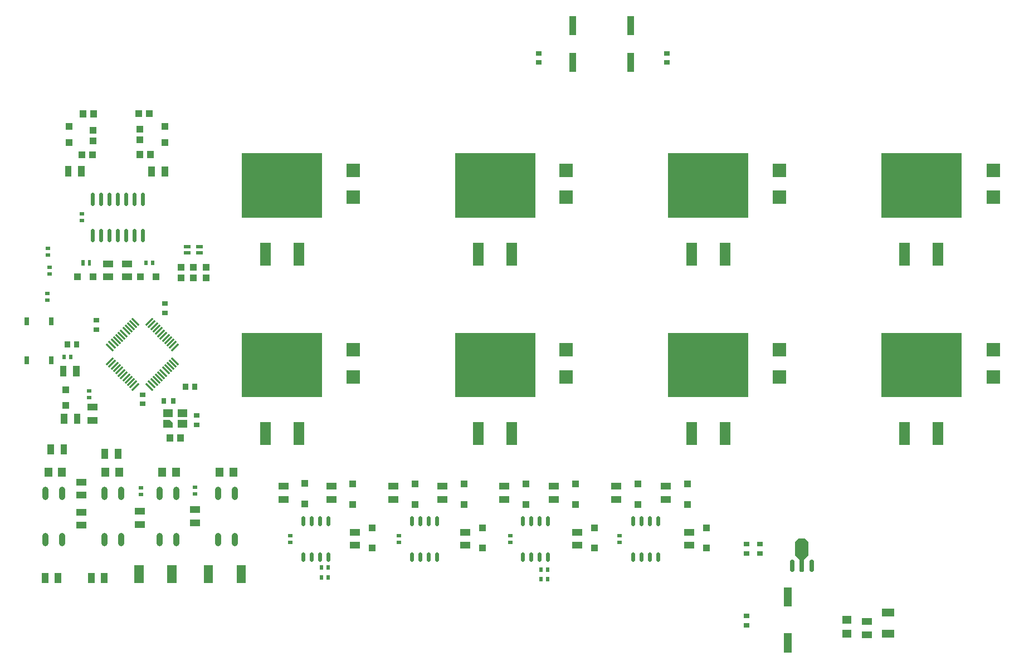
<source format=gtp>
G04 Layer: TopPasteMaskLayer*
G04 EasyEDA v6.4.25, 2022-01-11T20:07:54+10:00*
G04 7104220f9c2d43f39f118c43d8da538e,d80d0e5f2d5a449f809f9e2067d82b7d,10*
G04 Gerber Generator version 0.2*
G04 Scale: 100 percent, Rotated: No, Reflected: No *
G04 Dimensions in millimeters *
G04 leading zeros omitted , absolute positions ,4 integer and 5 decimal *
%FSLAX45Y45*%
%MOMM*%

%ADD14C,0.3000*%
%ADD16C,0.9000*%
%ADD17C,0.6000*%
%ADD18C,0.5740*%
%ADD19C,0.7000*%
%ADD22R,1.0000X1.0000*%
%ADD23R,2.0000X2.0000*%
%ADD26R,1.3005X1.3995*%
%ADD28R,1.0000X1.1000*%
%ADD29R,1.0000X1.5500*%
%ADD30R,1.0000X3.0000*%
%ADD31R,0.9000X0.8000*%
%ADD32R,0.8000X0.5000*%
%ADD33R,1.5500X1.0000*%
%ADD34R,0.8000X0.9000*%
%ADD36R,0.5000X0.8000*%
%ADD37R,1.1000X1.0000*%
%ADD39R,0.7000X1.2810*%
%ADD40R,1.3995X1.3005*%
%ADD41R,1.9000X1.2000*%
%ADD42R,1.1000X0.6000*%

%LPD*%
D16*
X884402Y-7862686D02*
G01*
X884402Y-7972689D01*
X630402Y-7862686D02*
G01*
X630402Y-7972689D01*
X630402Y-8562687D02*
G01*
X630402Y-8672687D01*
X884402Y-8562687D02*
G01*
X884402Y-8672687D01*
D17*
X8267700Y-8382612D02*
G01*
X8267700Y-8290610D01*
X8140700Y-8382612D02*
G01*
X8140700Y-8290610D01*
X8013700Y-8382612D02*
G01*
X8013700Y-8290610D01*
X7886700Y-8382612D02*
G01*
X7886700Y-8290610D01*
X8267700Y-8930589D02*
G01*
X8267700Y-8838590D01*
X8140700Y-8930589D02*
G01*
X8140700Y-8838590D01*
X8013700Y-8930589D02*
G01*
X8013700Y-8838590D01*
X7886700Y-8930589D02*
G01*
X7886700Y-8838590D01*
D14*
X2171844Y-6256444D02*
G01*
X2256696Y-6341295D01*
X2207201Y-6221087D02*
G01*
X2292052Y-6305938D01*
X2242532Y-6185730D02*
G01*
X2327384Y-6270581D01*
X2277915Y-6150373D02*
G01*
X2362766Y-6235225D01*
X2313246Y-6115016D02*
G01*
X2398097Y-6199868D01*
X2348628Y-6079660D02*
G01*
X2433480Y-6164511D01*
X2383960Y-6044328D02*
G01*
X2468811Y-6129180D01*
X2419316Y-6008946D02*
G01*
X2504168Y-6093797D01*
X2454673Y-5973615D02*
G01*
X2539525Y-6058466D01*
X2490030Y-5938232D02*
G01*
X2574881Y-6023084D01*
X2525387Y-5902901D02*
G01*
X2610238Y-5987752D01*
X2560744Y-5867544D02*
G01*
X2645595Y-5952396D01*
X2560744Y-5740280D02*
G01*
X2645595Y-5655429D01*
X2525387Y-5704898D02*
G01*
X2610238Y-5620047D01*
X2490030Y-5669567D02*
G01*
X2574881Y-5584715D01*
X2454673Y-5634184D02*
G01*
X2539525Y-5549333D01*
X2419316Y-5598853D02*
G01*
X2504168Y-5514002D01*
X2383960Y-5563496D02*
G01*
X2468811Y-5478645D01*
X2348628Y-5528139D02*
G01*
X2433480Y-5443288D01*
X2313246Y-5492783D02*
G01*
X2398097Y-5407931D01*
X2277915Y-5457426D02*
G01*
X2362766Y-5372574D01*
X2242532Y-5422069D02*
G01*
X2327384Y-5337218D01*
X2207201Y-5386712D02*
G01*
X2292052Y-5301861D01*
X2171844Y-5351355D02*
G01*
X2256696Y-5266504D01*
X1959729Y-5266504D02*
G01*
X2044580Y-5351355D01*
X1924347Y-5301861D02*
G01*
X2009198Y-5386712D01*
X1889015Y-5337218D02*
G01*
X1973867Y-5422069D01*
X1853633Y-5372574D02*
G01*
X1938484Y-5457426D01*
X1818302Y-5407931D02*
G01*
X1903153Y-5492783D01*
X1782945Y-5443288D02*
G01*
X1867796Y-5528139D01*
X1747588Y-5478645D02*
G01*
X1832439Y-5563496D01*
X1712231Y-5514002D02*
G01*
X1797083Y-5598853D01*
X1676874Y-5549333D02*
G01*
X1761726Y-5634184D01*
X1641518Y-5584715D02*
G01*
X1726369Y-5669567D01*
X1606161Y-5620047D02*
G01*
X1691012Y-5704898D01*
X1570804Y-5655429D02*
G01*
X1655655Y-5740280D01*
X1570804Y-5952396D02*
G01*
X1655655Y-5867544D01*
X1606161Y-5987752D02*
G01*
X1691012Y-5902901D01*
X1641518Y-6023084D02*
G01*
X1726369Y-5938232D01*
X1676874Y-6058466D02*
G01*
X1761726Y-5973615D01*
X1712231Y-6093797D02*
G01*
X1797083Y-6008946D01*
X1747588Y-6129180D02*
G01*
X1832439Y-6044328D01*
X1782945Y-6164511D02*
G01*
X1867796Y-6079660D01*
X1818302Y-6199868D02*
G01*
X1903153Y-6115016D01*
X1853633Y-6235225D02*
G01*
X1938484Y-6150373D01*
X1889015Y-6270581D02*
G01*
X1973867Y-6185730D01*
X1924347Y-6305938D02*
G01*
X2009198Y-6221087D01*
X1959729Y-6341295D02*
G01*
X2044580Y-6256444D01*
D17*
X4927600Y-8382612D02*
G01*
X4927600Y-8290610D01*
X4800600Y-8382612D02*
G01*
X4800600Y-8290610D01*
X4673600Y-8382612D02*
G01*
X4673600Y-8290610D01*
X4546600Y-8382612D02*
G01*
X4546600Y-8290610D01*
X4927600Y-8930589D02*
G01*
X4927600Y-8838590D01*
X4800600Y-8930589D02*
G01*
X4800600Y-8838590D01*
X4673600Y-8930589D02*
G01*
X4673600Y-8838590D01*
X4546600Y-8930589D02*
G01*
X4546600Y-8838590D01*
X6578600Y-8382612D02*
G01*
X6578600Y-8290610D01*
X6451600Y-8382612D02*
G01*
X6451600Y-8290610D01*
X6324600Y-8382612D02*
G01*
X6324600Y-8290610D01*
X6197600Y-8382612D02*
G01*
X6197600Y-8290610D01*
X6578600Y-8930589D02*
G01*
X6578600Y-8838590D01*
X6451600Y-8930589D02*
G01*
X6451600Y-8838590D01*
X6324600Y-8930589D02*
G01*
X6324600Y-8838590D01*
X6197600Y-8930589D02*
G01*
X6197600Y-8838590D01*
X9944100Y-8382612D02*
G01*
X9944100Y-8290610D01*
X9817100Y-8382612D02*
G01*
X9817100Y-8290610D01*
X9690100Y-8382612D02*
G01*
X9690100Y-8290610D01*
X9563100Y-8382612D02*
G01*
X9563100Y-8290610D01*
X9944100Y-8930589D02*
G01*
X9944100Y-8838590D01*
X9817100Y-8930589D02*
G01*
X9817100Y-8838590D01*
X9690100Y-8930589D02*
G01*
X9690100Y-8838590D01*
X9563100Y-8930589D02*
G01*
X9563100Y-8838590D01*
D18*
X1351889Y-3924810D02*
G01*
X1351889Y-4071211D01*
X1478889Y-3924810D02*
G01*
X1478889Y-4071211D01*
X1605889Y-3924810D02*
G01*
X1605889Y-4071211D01*
X1732889Y-3924810D02*
G01*
X1732889Y-4071211D01*
X1859889Y-3924810D02*
G01*
X1859889Y-4071211D01*
X1986889Y-3924810D02*
G01*
X1986889Y-4071211D01*
X2113889Y-3924810D02*
G01*
X2113889Y-4071211D01*
X1351889Y-3370988D02*
G01*
X1351889Y-3517389D01*
X1478889Y-3370988D02*
G01*
X1478889Y-3517389D01*
X1605889Y-3370988D02*
G01*
X1605889Y-3517389D01*
X1732889Y-3370988D02*
G01*
X1732889Y-3517389D01*
X1859889Y-3370988D02*
G01*
X1859889Y-3517389D01*
X1986889Y-3370988D02*
G01*
X1986889Y-3517389D01*
X2113889Y-3370988D02*
G01*
X2113889Y-3517389D01*
D16*
X3255086Y-8672713D02*
G01*
X3255086Y-8562713D01*
X3509086Y-8672713D02*
G01*
X3509086Y-8562713D01*
X3509086Y-7972714D02*
G01*
X3509086Y-7862714D01*
X3255086Y-7972714D02*
G01*
X3255086Y-7862714D01*
X2362200Y-8672713D02*
G01*
X2362200Y-8562713D01*
X2616200Y-8672713D02*
G01*
X2616200Y-8562713D01*
X2616200Y-7972714D02*
G01*
X2616200Y-7862714D01*
X2362200Y-7972714D02*
G01*
X2362200Y-7862714D01*
X1777314Y-7862714D02*
G01*
X1777314Y-7972714D01*
X1523314Y-7862714D02*
G01*
X1523314Y-7972714D01*
X1523314Y-8562713D02*
G01*
X1523314Y-8672713D01*
X1777314Y-8562713D02*
G01*
X1777314Y-8672713D01*
D19*
X12278613Y-9082816D02*
G01*
X12278613Y-8962816D01*
X11978386Y-9082816D02*
G01*
X11978386Y-8962816D01*
D22*
G01*
X990600Y-2343810D03*
G01*
X990600Y-2583789D03*
D23*
G01*
X5308600Y-6149339D03*
G01*
X5308600Y-5737860D03*
G36*
X3619108Y-2749463D02*
G01*
X4839070Y-2749463D01*
X4839070Y-3724569D01*
X3619108Y-3724569D01*
G37*
G36*
X4403079Y-4106369D02*
G01*
X4563099Y-4106369D01*
X4563099Y-4456381D01*
X4403079Y-4456381D01*
G37*
G36*
X3895079Y-4106369D02*
G01*
X4055099Y-4106369D01*
X4055099Y-4456381D01*
X3895079Y-4456381D01*
G37*
G36*
X10096108Y-5479963D02*
G01*
X11316070Y-5479963D01*
X11316070Y-6455069D01*
X10096108Y-6455069D01*
G37*
G36*
X10880079Y-6836869D02*
G01*
X11040099Y-6836869D01*
X11040099Y-7186881D01*
X10880079Y-7186881D01*
G37*
G36*
X10372079Y-6836869D02*
G01*
X10532099Y-6836869D01*
X10532099Y-7186881D01*
X10372079Y-7186881D01*
G37*
D26*
G01*
X885748Y-7594600D03*
G01*
X675690Y-7594600D03*
G01*
X1753311Y-7594600D03*
G01*
X1543253Y-7594600D03*
G01*
X2620848Y-7594600D03*
G01*
X2410790Y-7594600D03*
G01*
X3488410Y-7594600D03*
G01*
X3278352Y-7594600D03*
G36*
X2643497Y-6644129D02*
G01*
X2783497Y-6644129D01*
X2783497Y-6759130D01*
X2643497Y-6759130D01*
G37*
G36*
X2423482Y-6804149D02*
G01*
X2527289Y-6804139D01*
X2563489Y-6842038D01*
X2563482Y-6919150D01*
X2423482Y-6919150D01*
G37*
G36*
X2423482Y-6644129D02*
G01*
X2563482Y-6644129D01*
X2563482Y-6759130D01*
X2423482Y-6759130D01*
G37*
G36*
X2643497Y-6804149D02*
G01*
X2783497Y-6804149D01*
X2783497Y-6919150D01*
X2643497Y-6919150D01*
G37*
G36*
X1312707Y-2091298D02*
G01*
X1412707Y-2091298D01*
X1412707Y-2201301D01*
X1312707Y-2201301D01*
G37*
G36*
X1152707Y-2091298D02*
G01*
X1252707Y-2091298D01*
X1252707Y-2201301D01*
X1152707Y-2201301D01*
G37*
D22*
G01*
X5600700Y-8752890D03*
G01*
X5600700Y-8442909D03*
G01*
X9639300Y-7775244D03*
G01*
X9639300Y-8085251D03*
G36*
X1053299Y-5982500D02*
G01*
X1153299Y-5982500D01*
X1153299Y-6137501D01*
X1053299Y-6137501D01*
G37*
G36*
X853300Y-5982500D02*
G01*
X953300Y-5982500D01*
X953300Y-6137501D01*
X853300Y-6137501D01*
G37*
D30*
G01*
X9523018Y-1370660D03*
G01*
X9523018Y-810666D03*
D31*
G01*
X8129346Y-1369415D03*
G01*
X8129346Y-1229410D03*
D32*
G01*
X667689Y-4291787D03*
G01*
X667689Y-4191787D03*
D33*
G01*
X5334000Y-8510600D03*
G01*
X5334000Y-8710599D03*
G01*
X7010400Y-8510600D03*
G01*
X7010400Y-8710599D03*
D32*
G01*
X6007100Y-8560612D03*
G01*
X6007100Y-8660612D03*
D30*
G01*
X8649512Y-1370660D03*
G01*
X8649512Y-810666D03*
D31*
G01*
X10073766Y-1369415D03*
G01*
X10073766Y-1229410D03*
G01*
X2108200Y-6559702D03*
G01*
X2108200Y-6419697D03*
G01*
X1409700Y-5289397D03*
G01*
X1409700Y-5429402D03*
G01*
X2451100Y-5175402D03*
G01*
X2451100Y-5035397D03*
G36*
X2722100Y-6254198D02*
G01*
X2802100Y-6254198D01*
X2802100Y-6344201D01*
X2722100Y-6344201D01*
G37*
G36*
X2862099Y-6254198D02*
G01*
X2942099Y-6254198D01*
X2942099Y-6344201D01*
X2862099Y-6344201D01*
G37*
G36*
X928603Y-5608599D02*
G01*
X1008603Y-5608599D01*
X1008603Y-5698601D01*
X928603Y-5698601D01*
G37*
G36*
X1068603Y-5608599D02*
G01*
X1148603Y-5608599D01*
X1148603Y-5698601D01*
X1068603Y-5698601D01*
G37*
D33*
G01*
X8712200Y-8510600D03*
G01*
X8712200Y-8710599D03*
G01*
X10414000Y-8510600D03*
G01*
X10414000Y-8710599D03*
D34*
G01*
X2571902Y-6515100D03*
G01*
X2431897Y-6515100D03*
D31*
G01*
X2933700Y-6877050D03*
G01*
X2933700Y-6737045D03*
D32*
G01*
X9359900Y-8560612D03*
G01*
X9359900Y-8660612D03*
D31*
G01*
X11290300Y-8832926D03*
G01*
X11290300Y-8692921D03*
G01*
X11495277Y-8832926D03*
G01*
X11495277Y-8692921D03*
G36*
X11853163Y-9637521D02*
G01*
X11853163Y-9347454D01*
X11973052Y-9347454D01*
X11973052Y-9637521D01*
G37*
G36*
X11852147Y-10337545D02*
G01*
X11852147Y-10047478D01*
X11972036Y-10047478D01*
X11972036Y-10337545D01*
G37*
G01*
X11290300Y-9925202D03*
G01*
X11290300Y-9785197D03*
D32*
G01*
X1188034Y-3671112D03*
G01*
X1188034Y-3771112D03*
D22*
G01*
X7277100Y-8752890D03*
G01*
X7277100Y-8442909D03*
D23*
G01*
X5308600Y-3418839D03*
G01*
X5308600Y-3007360D03*
G01*
X8547100Y-3418839D03*
G01*
X8547100Y-3007360D03*
D22*
G01*
X4572000Y-7769809D03*
G01*
X4572000Y-8079790D03*
G01*
X6248400Y-7775244D03*
G01*
X6248400Y-8085251D03*
G01*
X939800Y-6344310D03*
G01*
X939800Y-6584289D03*
G01*
X5300573Y-7775244D03*
G01*
X5300573Y-8085251D03*
G01*
X6997700Y-7775244D03*
G01*
X6997700Y-8085251D03*
D23*
G01*
X8547100Y-6149339D03*
G01*
X8547100Y-5737860D03*
D22*
G01*
X8978900Y-8752916D03*
G01*
X8978900Y-8442909D03*
G01*
X10680700Y-8752890D03*
G01*
X10680700Y-8442909D03*
D23*
G01*
X11785600Y-3418839D03*
G01*
X11785600Y-3007360D03*
G01*
X15036800Y-3418839D03*
G01*
X15036800Y-3007360D03*
D22*
G01*
X7937500Y-7775244D03*
G01*
X7937500Y-8085251D03*
G01*
X8686800Y-7775244D03*
G01*
X8686800Y-8085251D03*
G01*
X10388600Y-7775244D03*
G01*
X10388600Y-8085251D03*
D23*
G01*
X11785600Y-6149339D03*
G01*
X11785600Y-5737860D03*
G01*
X15036800Y-6149339D03*
G01*
X15036800Y-5737860D03*
D22*
G01*
X2451100Y-2343810D03*
G01*
X2451100Y-2583789D03*
G36*
X6857608Y-2749468D02*
G01*
X8077570Y-2749468D01*
X8077570Y-3724574D01*
X6857608Y-3724574D01*
G37*
G36*
X7641579Y-4106374D02*
G01*
X7801599Y-4106374D01*
X7801599Y-4456386D01*
X7641579Y-4456386D01*
G37*
G36*
X7133579Y-4106374D02*
G01*
X7293599Y-4106374D01*
X7293599Y-4456386D01*
X7133579Y-4456386D01*
G37*
G36*
X3619108Y-5479963D02*
G01*
X4839070Y-5479963D01*
X4839070Y-6455069D01*
X3619108Y-6455069D01*
G37*
G36*
X4403079Y-6836869D02*
G01*
X4563099Y-6836869D01*
X4563099Y-7186881D01*
X4403079Y-7186881D01*
G37*
G36*
X3895079Y-6836869D02*
G01*
X4055099Y-6836869D01*
X4055099Y-7186881D01*
X3895079Y-7186881D01*
G37*
G36*
X6857608Y-5479968D02*
G01*
X8077570Y-5479968D01*
X8077570Y-6455074D01*
X6857608Y-6455074D01*
G37*
G36*
X7641579Y-6836874D02*
G01*
X7801599Y-6836874D01*
X7801599Y-7186886D01*
X7641579Y-7186886D01*
G37*
G36*
X7133579Y-6836874D02*
G01*
X7293599Y-6836874D01*
X7293599Y-7186886D01*
X7133579Y-7186886D01*
G37*
G36*
X10096108Y-2749463D02*
G01*
X11316070Y-2749463D01*
X11316070Y-3724569D01*
X10096108Y-3724569D01*
G37*
G36*
X10880079Y-4106369D02*
G01*
X11040099Y-4106369D01*
X11040099Y-4456381D01*
X10880079Y-4456381D01*
G37*
G36*
X10372079Y-4106369D02*
G01*
X10532099Y-4106369D01*
X10532099Y-4456381D01*
X10372079Y-4456381D01*
G37*
G36*
X13334608Y-2749463D02*
G01*
X14554570Y-2749463D01*
X14554570Y-3724569D01*
X13334608Y-3724569D01*
G37*
G36*
X14118579Y-4106369D02*
G01*
X14278599Y-4106369D01*
X14278599Y-4456381D01*
X14118579Y-4456381D01*
G37*
G36*
X13610579Y-4106369D02*
G01*
X13770599Y-4106369D01*
X13770599Y-4456381D01*
X13610579Y-4456381D01*
G37*
G36*
X13334608Y-5479963D02*
G01*
X14554570Y-5479963D01*
X14554570Y-6455069D01*
X13334608Y-6455069D01*
G37*
G36*
X14118579Y-6836869D02*
G01*
X14278599Y-6836869D01*
X14278599Y-7186881D01*
X14118579Y-7186881D01*
G37*
G36*
X13610579Y-6836869D02*
G01*
X13770599Y-6836869D01*
X13770599Y-7186881D01*
X13610579Y-7186881D01*
G37*
D33*
G01*
X4254500Y-7812100D03*
G01*
X4254500Y-8012099D03*
G01*
X5918200Y-8012099D03*
G01*
X5918200Y-7812100D03*
D36*
G01*
X4826787Y-9042400D03*
G01*
X4926787Y-9042400D03*
G01*
X4826787Y-9194800D03*
G01*
X4926787Y-9194800D03*
D33*
G01*
X4978400Y-7812100D03*
G01*
X4978400Y-8012099D03*
G01*
X6667500Y-8012099D03*
G01*
X6667500Y-7812100D03*
D37*
G01*
X3073400Y-4639310D03*
G01*
X3073400Y-4479315D03*
G01*
X2882900Y-4639310D03*
G01*
X2882900Y-4479315D03*
G01*
X2692400Y-4639310D03*
G01*
X2692400Y-4479315D03*
G36*
X2633507Y-7018898D02*
G01*
X2733507Y-7018898D01*
X2733507Y-7128901D01*
X2633507Y-7128901D01*
G37*
G36*
X2473507Y-7018898D02*
G01*
X2573507Y-7018898D01*
X2573507Y-7128901D01*
X2473507Y-7128901D01*
G37*
D33*
G01*
X7607300Y-7812100D03*
G01*
X7607300Y-8012099D03*
G01*
X9309100Y-8012099D03*
G01*
X9309100Y-7812100D03*
D36*
G01*
X8166887Y-9080500D03*
G01*
X8266887Y-9080500D03*
G01*
X8166887Y-9220200D03*
G01*
X8266887Y-9220200D03*
D33*
G01*
X8356600Y-7812100D03*
G01*
X8356600Y-8012099D03*
G01*
X10058400Y-8012099D03*
G01*
X10058400Y-7812100D03*
G36*
X1129499Y-2945099D02*
G01*
X1229499Y-2945099D01*
X1229499Y-3100100D01*
X1129499Y-3100100D01*
G37*
G36*
X929500Y-2945099D02*
G01*
X1029500Y-2945099D01*
X1029500Y-3100100D01*
X929500Y-3100100D01*
G37*
D29*
G01*
X2249500Y-3022600D03*
G01*
X2449499Y-3022600D03*
G36*
X3540290Y-9011747D02*
G01*
X3680289Y-9011747D01*
X3680289Y-9281749D01*
X3540290Y-9281749D01*
G37*
G36*
X3040291Y-9011747D02*
G01*
X3180290Y-9011747D01*
X3180290Y-9281749D01*
X3040291Y-9281749D01*
G37*
G36*
X862799Y-7174199D02*
G01*
X962799Y-7174199D01*
X962799Y-7329200D01*
X862799Y-7329200D01*
G37*
G36*
X662800Y-7174199D02*
G01*
X762800Y-7174199D01*
X762800Y-7329200D01*
X662800Y-7329200D01*
G37*
D32*
G01*
X2908655Y-7924012D03*
G01*
X2908655Y-7824012D03*
D28*
G01*
X2053590Y-2146300D03*
G01*
X2213584Y-2146300D03*
G36*
X2486959Y-9011747D02*
G01*
X2626959Y-9011747D01*
X2626959Y-9281749D01*
X2486959Y-9281749D01*
G37*
G36*
X1986960Y-9011747D02*
G01*
X2126960Y-9011747D01*
X2126960Y-9281749D01*
X1986960Y-9281749D01*
G37*
D29*
G01*
X1538300Y-7315200D03*
G01*
X1738299Y-7315200D03*
D32*
G01*
X2082800Y-7936712D03*
G01*
X2082800Y-7836712D03*
G36*
X1478638Y-9127253D02*
G01*
X1578637Y-9127253D01*
X1578637Y-9282254D01*
X1478638Y-9282254D01*
G37*
G36*
X1278638Y-9127253D02*
G01*
X1378638Y-9127253D01*
X1378638Y-9282254D01*
X1278638Y-9282254D01*
G37*
D33*
G01*
X2069744Y-8393099D03*
G01*
X2069744Y-8193100D03*
G01*
X2908655Y-8367699D03*
G01*
X2908655Y-8167700D03*
G36*
X775301Y-9127253D02*
G01*
X875301Y-9127253D01*
X875301Y-9282254D01*
X775301Y-9282254D01*
G37*
G36*
X575302Y-9127253D02*
G01*
X675302Y-9127253D01*
X675302Y-9282254D01*
X575302Y-9282254D01*
G37*
G01*
X1181100Y-7948599D03*
G01*
X1181100Y-7748600D03*
G01*
X1181100Y-8205800D03*
G01*
X1181100Y-8405799D03*
G01*
X1581734Y-4627803D03*
G01*
X1581734Y-4427804D03*
G01*
X1873834Y-4627803D03*
G01*
X1873834Y-4427804D03*
G36*
X1276558Y-4372803D02*
G01*
X1326558Y-4372803D01*
X1326558Y-4452802D01*
X1276558Y-4452802D01*
G37*
G36*
X1176558Y-4372803D02*
G01*
X1226558Y-4372803D01*
X1226558Y-4452802D01*
X1176558Y-4452802D01*
G37*
D36*
G01*
X2159787Y-4412792D03*
G01*
X2259787Y-4412792D03*
D39*
G01*
X348411Y-5899759D03*
G01*
X718388Y-5899759D03*
G01*
X348411Y-5301640D03*
G01*
X718388Y-5301640D03*
G36*
X1068844Y-4572800D02*
G01*
X1168844Y-4572800D01*
X1168844Y-4672799D01*
X1068844Y-4672799D01*
G37*
G36*
X1308844Y-4572800D02*
G01*
X1408844Y-4572800D01*
X1408844Y-4672799D01*
X1308844Y-4672799D01*
G37*
D22*
G01*
X2317089Y-4622800D03*
G01*
X2077110Y-4622800D03*
D40*
G01*
X12814300Y-10049129D03*
G01*
X12814300Y-9839070D03*
D33*
G01*
X13116204Y-9868357D03*
G01*
X13116204Y-10068356D03*
D41*
G01*
X13436625Y-10053370D03*
G01*
X13436625Y-9733356D03*
D32*
G01*
X4356100Y-8560612D03*
G01*
X4356100Y-8660612D03*
G01*
X7696200Y-8560612D03*
G01*
X7696200Y-8660612D03*
D33*
G01*
X1346200Y-6610502D03*
G01*
X1346200Y-6810502D03*
G36*
X1065999Y-6706003D02*
G01*
X1165999Y-6706003D01*
X1165999Y-6861004D01*
X1065999Y-6861004D01*
G37*
G36*
X866000Y-6706003D02*
G01*
X966000Y-6706003D01*
X966000Y-6861004D01*
X866000Y-6861004D01*
G37*
D32*
G01*
X698500Y-4483887D03*
G01*
X698500Y-4583887D03*
G01*
X660400Y-4977612D03*
G01*
X660400Y-4877612D03*
D36*
G01*
X915187Y-5842000D03*
G01*
X1015187Y-5842000D03*
D32*
G01*
X1295400Y-6363487D03*
G01*
X1295400Y-6463487D03*
D42*
G01*
X2977895Y-4171416D03*
G01*
X2977895Y-4261408D03*
G01*
X2787904Y-4171416D03*
G01*
X2787904Y-4261408D03*
D37*
G01*
X1358900Y-2556510D03*
G01*
X1358900Y-2396515D03*
D28*
G01*
X1189989Y-2768600D03*
G01*
X1349984Y-2768600D03*
G36*
X2176307Y-2713598D02*
G01*
X2276307Y-2713598D01*
X2276307Y-2823601D01*
X2176307Y-2823601D01*
G37*
G36*
X2016307Y-2713598D02*
G01*
X2116307Y-2713598D01*
X2116307Y-2823601D01*
X2016307Y-2823601D01*
G37*
D37*
G01*
X2070100Y-2543810D03*
G01*
X2070100Y-2383815D03*
G36*
X12092940Y-8941346D02*
G01*
X12092940Y-9088666D01*
X12092940Y-9096286D01*
X12108179Y-9111526D01*
X12148820Y-9111526D01*
X12164059Y-9096286D01*
X12164059Y-8941346D01*
X12164059Y-8926106D01*
X12230100Y-8857526D01*
X12230100Y-8687346D01*
X12230100Y-8659406D01*
X12176759Y-8606066D01*
X12080240Y-8606066D01*
X12026900Y-8659406D01*
X12026900Y-8857526D01*
X12062459Y-8893086D01*
X12092940Y-8926106D01*
G37*
M02*

</source>
